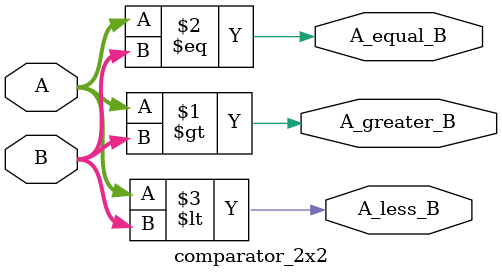
<source format=v>

module comparator_2x2(
    input [1:0] A,
    input [1:0] B,
    output A_greater_B,
    output A_equal_B,
    output A_less_B
);

assign A_greater_B = (A > B);
assign A_equal_B   = (A == B);
assign A_less_B    = (A < B);

endmodule

</source>
